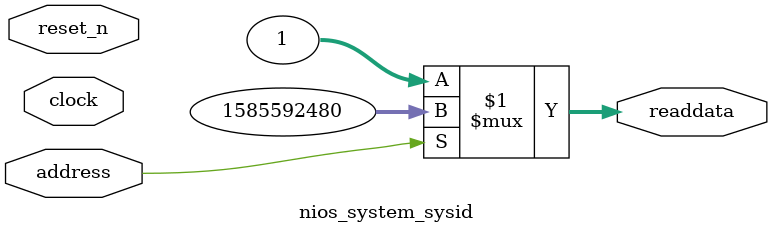
<source format=v>



// synthesis translate_off
`timescale 1ns / 1ps
// synthesis translate_on

// turn off superfluous verilog processor warnings 
// altera message_level Level1 
// altera message_off 10034 10035 10036 10037 10230 10240 10030 

module nios_system_sysid (
               // inputs:
                address,
                clock,
                reset_n,

               // outputs:
                readdata
             )
;

  output  [ 31: 0] readdata;
  input            address;
  input            clock;
  input            reset_n;

  wire    [ 31: 0] readdata;
  //control_slave, which is an e_avalon_slave
  assign readdata = address ? 1585592480 : 1;

endmodule



</source>
